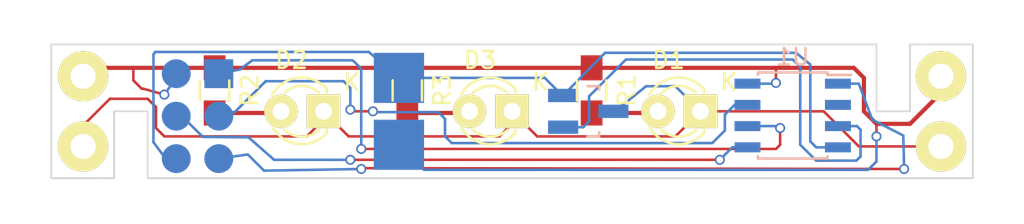
<source format=kicad_pcb>
(kicad_pcb (version 4) (host pcbnew 4.0.6-e0-6349~53~ubuntu16.04.1)

  (general
    (links 23)
    (no_connects 0)
    (area 92.949999 100.199999 148.050001 108.300001)
    (thickness 1.6)
    (drawings 14)
    (tracks 164)
    (zones 0)
    (modules 15)
    (nets 13)
  )

  (page A4)
  (layers
    (0 F.Cu signal)
    (31 B.Cu signal)
    (32 B.Adhes user)
    (33 F.Adhes user)
    (34 B.Paste user)
    (35 F.Paste user)
    (36 B.SilkS user)
    (37 F.SilkS user)
    (38 B.Mask user hide)
    (39 F.Mask user)
    (40 Dwgs.User user)
    (41 Cmts.User user)
    (42 Eco1.User user)
    (43 Eco2.User user)
    (44 Edge.Cuts user)
    (45 Margin user)
    (46 B.CrtYd user)
    (47 F.CrtYd user)
    (48 B.Fab user)
    (49 F.Fab user)
  )

  (setup
    (last_trace_width 0.1524)
    (trace_clearance 0.1524)
    (zone_clearance 0.508)
    (zone_45_only no)
    (trace_min 0.1524)
    (segment_width 0.2)
    (edge_width 0.1)
    (via_size 0.6)
    (via_drill 0.4)
    (via_min_size 0.4)
    (via_min_drill 0.3)
    (uvia_size 0.3)
    (uvia_drill 0.1)
    (uvias_allowed no)
    (uvia_min_size 0)
    (uvia_min_drill 0)
    (pcb_text_width 0.3)
    (pcb_text_size 1.5 1.5)
    (mod_edge_width 0.15)
    (mod_text_size 1 1)
    (mod_text_width 0.15)
    (pad_size 1.5 1.5)
    (pad_drill 0.6)
    (pad_to_mask_clearance 0)
    (aux_axis_origin 0 0)
    (visible_elements FFFFFF7F)
    (pcbplotparams
      (layerselection 0x010f0_80000001)
      (usegerberextensions false)
      (excludeedgelayer true)
      (linewidth 0.100000)
      (plotframeref false)
      (viasonmask false)
      (mode 1)
      (useauxorigin false)
      (hpglpennumber 1)
      (hpglpenspeed 20)
      (hpglpendiameter 15)
      (hpglpenoverlay 2)
      (psnegative false)
      (psa4output false)
      (plotreference true)
      (plotvalue true)
      (plotinvisibletext false)
      (padsonsilk false)
      (subtractmaskfromsilk false)
      (outputformat 1)
      (mirror false)
      (drillshape 0)
      (scaleselection 1)
      (outputdirectory gerbers/))
  )

  (net 0 "")
  (net 1 "Net-(D1-Pad1)")
  (net 2 "Net-(D1-Pad2)")
  (net 3 "Net-(D2-Pad2)")
  (net 4 "Net-(D3-Pad2)")
  (net 5 VDD)
  (net 6 GND)
  (net 7 "Net-(Q1-Pad1)")
  (net 8 "Net-(U1-Pad2)")
  (net 9 "Net-(J4-Pad1)")
  (net 10 "Net-(J4-Pad3)")
  (net 11 "Net-(J4-Pad4)")
  (net 12 "Net-(J4-Pad5)")

  (net_class Default "This is the default net class."
    (clearance 0.1524)
    (trace_width 0.1524)
    (via_dia 0.6)
    (via_drill 0.4)
    (uvia_dia 0.3)
    (uvia_drill 0.1)
    (add_net GND)
    (add_net "Net-(D1-Pad1)")
    (add_net "Net-(D1-Pad2)")
    (add_net "Net-(D2-Pad2)")
    (add_net "Net-(D3-Pad2)")
    (add_net "Net-(J4-Pad1)")
    (add_net "Net-(J4-Pad3)")
    (add_net "Net-(J4-Pad4)")
    (add_net "Net-(J4-Pad5)")
    (add_net "Net-(Q1-Pad1)")
    (add_net "Net-(U1-Pad2)")
    (add_net VDD)
  )

  (module SOT-23_Handsoldering-no_silk (layer B.Cu) (tedit 590B4239) (tstamp 590741BE)
    (at 125.05 104.25 90)
    (descr "SOT-23, Handsoldering")
    (tags SOT-23)
    (path /59073B53)
    (attr smd)
    (fp_text reference Q1 (at 0 3.81 90) (layer B.SilkS) hide
      (effects (font (size 1 1) (thickness 0.15)) (justify mirror))
    )
    (fp_text value BSS138 (at 0 -3.81 90) (layer B.Fab)
      (effects (font (size 1 1) (thickness 0.15)) (justify mirror))
    )
    (fp_line (start -1.49982 -0.0508) (end -1.49982 0.65024) (layer B.SilkS) (width 0.15))
    (fp_line (start -1.49982 0.65024) (end -1.2509 0.65024) (layer B.SilkS) (width 0.15))
    (fp_line (start 1.29916 0.65024) (end 1.49982 0.65024) (layer B.SilkS) (width 0.15))
    (fp_line (start 1.49982 0.65024) (end 1.49982 -0.0508) (layer B.SilkS) (width 0.15))
    (pad 1 smd rect (at -0.95 -1.50114 90) (size 0.8001 1.80086) (layers B.Cu B.Paste B.Mask)
      (net 7 "Net-(Q1-Pad1)"))
    (pad 2 smd rect (at 0.95 -1.50114 90) (size 0.8001 1.80086) (layers B.Cu B.Paste B.Mask)
      (net 6 GND))
    (pad 3 smd rect (at 0 1.50114 90) (size 0.8001 1.80086) (layers B.Cu B.Paste B.Mask)
      (net 1 "Net-(D1-Pad1)"))
    (model TO_SOT_Packages_SMD.3dshapes/SOT-23_Handsoldering.wrl
      (at (xyz 0 0 0))
      (scale (xyz 1 1 1))
      (rotate (xyz 0 0 0))
    )
  )

  (module bart:SMD_Pin_Header_2x3 (layer B.Cu) (tedit 590B3EBF) (tstamp 59075922)
    (at 103 102 180)
    (descr "Through hole pin header")
    (tags "pin header")
    (path /59074F5D)
    (fp_text reference J4 (at 0 5.1 180) (layer B.SilkS) hide
      (effects (font (size 1 1) (thickness 0.15)) (justify mirror))
    )
    (fp_text value CONN_02X03 (at 0 3.1 180) (layer B.Fab)
      (effects (font (size 1 1) (thickness 0.15)) (justify mirror))
    )
    (fp_line (start -1.75 1.75) (end -1.75 -6.85) (layer B.CrtYd) (width 0.05))
    (fp_line (start 4.3 1.75) (end 4.3 -6.85) (layer B.CrtYd) (width 0.05))
    (fp_line (start -1.75 1.75) (end 4.3 1.75) (layer B.CrtYd) (width 0.05))
    (fp_line (start -1.75 -6.85) (end 4.3 -6.85) (layer B.CrtYd) (width 0.05))
    (pad 1 connect rect (at 0 0 180) (size 1.7272 1.7272) (layers B.Cu B.Mask)
      (net 9 "Net-(J4-Pad1)"))
    (pad 2 connect oval (at 2.54 0 180) (size 1.7272 1.7272) (layers B.Cu B.Mask)
      (net 5 VDD))
    (pad 3 connect oval (at 0 -2.54 180) (size 1.7272 1.7272) (layers B.Cu B.Mask)
      (net 10 "Net-(J4-Pad3)"))
    (pad 4 connect oval (at 2.54 -2.54 180) (size 1.7272 1.7272) (layers B.Cu B.Mask)
      (net 11 "Net-(J4-Pad4)"))
    (pad 5 connect oval (at 0 -5.08 180) (size 1.7272 1.7272) (layers B.Cu B.Mask)
      (net 12 "Net-(J4-Pad5)"))
    (pad 6 connect oval (at 2.54 -5.08 180) (size 1.7272 1.7272) (layers B.Cu B.Mask)
      (net 6 GND))
    (model Pin_Headers.3dshapes/Pin_Header_Straight_2x03.wrl
      (at (xyz 0.05 -0.1 0))
      (scale (xyz 1 1 1))
      (rotate (xyz 0 0 90))
    )
  )

  (module Housings_SOIC:SOIC-8_3.9x4.9mm_Pitch1.27mm (layer B.Cu) (tedit 54130A77) (tstamp 590741DC)
    (at 137.25 104.5 180)
    (descr "8-Lead Plastic Small Outline (SN) - Narrow, 3.90 mm Body [SOIC] (see Microchip Packaging Specification 00000049BS.pdf)")
    (tags "SOIC 1.27")
    (path /590734E5)
    (attr smd)
    (fp_text reference U1 (at 0 3.5 180) (layer B.SilkS)
      (effects (font (size 1 1) (thickness 0.15)) (justify mirror))
    )
    (fp_text value ATTINY13-20SSU (at 0 -3.5 180) (layer B.Fab)
      (effects (font (size 1 1) (thickness 0.15)) (justify mirror))
    )
    (fp_line (start -3.75 2.75) (end -3.75 -2.75) (layer B.CrtYd) (width 0.05))
    (fp_line (start 3.75 2.75) (end 3.75 -2.75) (layer B.CrtYd) (width 0.05))
    (fp_line (start -3.75 2.75) (end 3.75 2.75) (layer B.CrtYd) (width 0.05))
    (fp_line (start -3.75 -2.75) (end 3.75 -2.75) (layer B.CrtYd) (width 0.05))
    (fp_line (start -2.075 2.575) (end -2.075 2.43) (layer B.SilkS) (width 0.15))
    (fp_line (start 2.075 2.575) (end 2.075 2.43) (layer B.SilkS) (width 0.15))
    (fp_line (start 2.075 -2.575) (end 2.075 -2.43) (layer B.SilkS) (width 0.15))
    (fp_line (start -2.075 -2.575) (end -2.075 -2.43) (layer B.SilkS) (width 0.15))
    (fp_line (start -2.075 2.575) (end 2.075 2.575) (layer B.SilkS) (width 0.15))
    (fp_line (start -2.075 -2.575) (end 2.075 -2.575) (layer B.SilkS) (width 0.15))
    (fp_line (start -2.075 2.43) (end -3.475 2.43) (layer B.SilkS) (width 0.15))
    (pad 1 smd rect (at -2.7 1.905 180) (size 1.55 0.6) (layers B.Cu B.Paste B.Mask)
      (net 12 "Net-(J4-Pad5)"))
    (pad 2 smd rect (at -2.7 0.635 180) (size 1.55 0.6) (layers B.Cu B.Paste B.Mask)
      (net 8 "Net-(U1-Pad2)"))
    (pad 3 smd rect (at -2.7 -0.635 180) (size 1.55 0.6) (layers B.Cu B.Paste B.Mask)
      (net 7 "Net-(Q1-Pad1)"))
    (pad 4 smd rect (at -2.7 -1.905 180) (size 1.55 0.6) (layers B.Cu B.Paste B.Mask)
      (net 6 GND))
    (pad 5 smd rect (at 2.7 -1.905 180) (size 1.55 0.6) (layers B.Cu B.Paste B.Mask)
      (net 11 "Net-(J4-Pad4)"))
    (pad 6 smd rect (at 2.7 -0.635 180) (size 1.55 0.6) (layers B.Cu B.Paste B.Mask)
      (net 9 "Net-(J4-Pad1)"))
    (pad 7 smd rect (at 2.7 0.635 180) (size 1.55 0.6) (layers B.Cu B.Paste B.Mask)
      (net 10 "Net-(J4-Pad3)"))
    (pad 8 smd rect (at 2.7 1.905 180) (size 1.55 0.6) (layers B.Cu B.Paste B.Mask)
      (net 5 VDD))
    (model Housings_SOIC.3dshapes/SOIC-8_3.9x4.9mm_Pitch1.27mm.wrl
      (at (xyz 0 0 0))
      (scale (xyz 1 1 1))
      (rotate (xyz 0 0 0))
    )
  )

  (module Resistors_SMD:R_0805_HandSoldering (layer F.Cu) (tedit 54189DEE) (tstamp 590741D0)
    (at 114.25 103 270)
    (descr "Resistor SMD 0805, hand soldering")
    (tags "resistor 0805")
    (path /58FE5F6D)
    (attr smd)
    (fp_text reference R3 (at 0 -2.1 270) (layer F.SilkS)
      (effects (font (size 1 1) (thickness 0.15)))
    )
    (fp_text value R (at 0 2.1 270) (layer F.Fab)
      (effects (font (size 1 1) (thickness 0.15)))
    )
    (fp_line (start -2.4 -1) (end 2.4 -1) (layer F.CrtYd) (width 0.05))
    (fp_line (start -2.4 1) (end 2.4 1) (layer F.CrtYd) (width 0.05))
    (fp_line (start -2.4 -1) (end -2.4 1) (layer F.CrtYd) (width 0.05))
    (fp_line (start 2.4 -1) (end 2.4 1) (layer F.CrtYd) (width 0.05))
    (fp_line (start 0.6 0.875) (end -0.6 0.875) (layer F.SilkS) (width 0.15))
    (fp_line (start -0.6 -0.875) (end 0.6 -0.875) (layer F.SilkS) (width 0.15))
    (pad 1 smd rect (at -1.35 0 270) (size 1.5 1.3) (layers F.Cu F.Paste F.Mask)
      (net 5 VDD))
    (pad 2 smd rect (at 1.35 0 270) (size 1.5 1.3) (layers F.Cu F.Paste F.Mask)
      (net 4 "Net-(D3-Pad2)"))
    (model Resistors_SMD.3dshapes/R_0805_HandSoldering.wrl
      (at (xyz 0 0 0))
      (scale (xyz 1 1 1))
      (rotate (xyz 0 0 0))
    )
  )

  (module Resistors_SMD:R_0805_HandSoldering (layer F.Cu) (tedit 54189DEE) (tstamp 590741CA)
    (at 102.75 103 270)
    (descr "Resistor SMD 0805, hand soldering")
    (tags "resistor 0805")
    (path /58FE5F20)
    (attr smd)
    (fp_text reference R2 (at 0 -2.1 270) (layer F.SilkS)
      (effects (font (size 1 1) (thickness 0.15)))
    )
    (fp_text value R (at 0 2.1 270) (layer F.Fab)
      (effects (font (size 1 1) (thickness 0.15)))
    )
    (fp_line (start -2.4 -1) (end 2.4 -1) (layer F.CrtYd) (width 0.05))
    (fp_line (start -2.4 1) (end 2.4 1) (layer F.CrtYd) (width 0.05))
    (fp_line (start -2.4 -1) (end -2.4 1) (layer F.CrtYd) (width 0.05))
    (fp_line (start 2.4 -1) (end 2.4 1) (layer F.CrtYd) (width 0.05))
    (fp_line (start 0.6 0.875) (end -0.6 0.875) (layer F.SilkS) (width 0.15))
    (fp_line (start -0.6 -0.875) (end 0.6 -0.875) (layer F.SilkS) (width 0.15))
    (pad 1 smd rect (at -1.35 0 270) (size 1.5 1.3) (layers F.Cu F.Paste F.Mask)
      (net 5 VDD))
    (pad 2 smd rect (at 1.35 0 270) (size 1.5 1.3) (layers F.Cu F.Paste F.Mask)
      (net 3 "Net-(D2-Pad2)"))
    (model Resistors_SMD.3dshapes/R_0805_HandSoldering.wrl
      (at (xyz 0 0 0))
      (scale (xyz 1 1 1))
      (rotate (xyz 0 0 0))
    )
  )

  (module Resistors_SMD:R_0805_HandSoldering (layer F.Cu) (tedit 54189DEE) (tstamp 590741C4)
    (at 125.25 103 270)
    (descr "Resistor SMD 0805, hand soldering")
    (tags "resistor 0805")
    (path /58FE5E05)
    (attr smd)
    (fp_text reference R1 (at 0 -2.1 270) (layer F.SilkS)
      (effects (font (size 1 1) (thickness 0.15)))
    )
    (fp_text value R (at 0 2.1 270) (layer F.Fab)
      (effects (font (size 1 1) (thickness 0.15)))
    )
    (fp_line (start -2.4 -1) (end 2.4 -1) (layer F.CrtYd) (width 0.05))
    (fp_line (start -2.4 1) (end 2.4 1) (layer F.CrtYd) (width 0.05))
    (fp_line (start -2.4 -1) (end -2.4 1) (layer F.CrtYd) (width 0.05))
    (fp_line (start 2.4 -1) (end 2.4 1) (layer F.CrtYd) (width 0.05))
    (fp_line (start 0.6 0.875) (end -0.6 0.875) (layer F.SilkS) (width 0.15))
    (fp_line (start -0.6 -0.875) (end 0.6 -0.875) (layer F.SilkS) (width 0.15))
    (pad 1 smd rect (at -1.35 0 270) (size 1.5 1.3) (layers F.Cu F.Paste F.Mask)
      (net 5 VDD))
    (pad 2 smd rect (at 1.35 0 270) (size 1.5 1.3) (layers F.Cu F.Paste F.Mask)
      (net 2 "Net-(D1-Pad2)"))
    (model Resistors_SMD.3dshapes/R_0805_HandSoldering.wrl
      (at (xyz 0 0 0))
      (scale (xyz 1 1 1))
      (rotate (xyz 0 0 0))
    )
  )

  (module LEDs:LED-3MM (layer F.Cu) (tedit 559B82F6) (tstamp 590741AD)
    (at 120.5 104.25 180)
    (descr "LED 3mm round vertical")
    (tags "LED  3mm round vertical")
    (path /58FE5D10)
    (fp_text reference D3 (at 1.91 3.06 180) (layer F.SilkS)
      (effects (font (size 1 1) (thickness 0.15)))
    )
    (fp_text value LED (at 1.3 -2.9 180) (layer F.Fab)
      (effects (font (size 1 1) (thickness 0.15)))
    )
    (fp_line (start -1.2 2.3) (end 3.8 2.3) (layer F.CrtYd) (width 0.05))
    (fp_line (start 3.8 2.3) (end 3.8 -2.2) (layer F.CrtYd) (width 0.05))
    (fp_line (start 3.8 -2.2) (end -1.2 -2.2) (layer F.CrtYd) (width 0.05))
    (fp_line (start -1.2 -2.2) (end -1.2 2.3) (layer F.CrtYd) (width 0.05))
    (fp_line (start -0.199 1.314) (end -0.199 1.114) (layer F.SilkS) (width 0.15))
    (fp_line (start -0.199 -1.28) (end -0.199 -1.1) (layer F.SilkS) (width 0.15))
    (fp_arc (start 1.301 0.034) (end -0.199 -1.286) (angle 108.5) (layer F.SilkS) (width 0.15))
    (fp_arc (start 1.301 0.034) (end 0.25 -1.1) (angle 85.7) (layer F.SilkS) (width 0.15))
    (fp_arc (start 1.311 0.034) (end 3.051 0.994) (angle 110) (layer F.SilkS) (width 0.15))
    (fp_arc (start 1.301 0.034) (end 2.335 1.094) (angle 87.5) (layer F.SilkS) (width 0.15))
    (fp_text user K (at -1.69 1.74 180) (layer F.SilkS)
      (effects (font (size 1 1) (thickness 0.15)))
    )
    (pad 1 thru_hole rect (at 0 0 270) (size 2 2) (drill 1.00076) (layers *.Cu *.Mask F.SilkS)
      (net 1 "Net-(D1-Pad1)"))
    (pad 2 thru_hole circle (at 2.54 0 180) (size 2 2) (drill 1.00076) (layers *.Cu *.Mask F.SilkS)
      (net 4 "Net-(D3-Pad2)"))
    (model LEDs.3dshapes/LED-3MM.wrl
      (at (xyz 0.05 0 0))
      (scale (xyz 1 1 1))
      (rotate (xyz 0 0 90))
    )
  )

  (module LEDs:LED-3MM (layer F.Cu) (tedit 559B82F6) (tstamp 590741A7)
    (at 109.25 104.25 180)
    (descr "LED 3mm round vertical")
    (tags "LED  3mm round vertical")
    (path /58FE5CAF)
    (fp_text reference D2 (at 1.91 3.06 180) (layer F.SilkS)
      (effects (font (size 1 1) (thickness 0.15)))
    )
    (fp_text value LED (at 1.3 -2.9 180) (layer F.Fab)
      (effects (font (size 1 1) (thickness 0.15)))
    )
    (fp_line (start -1.2 2.3) (end 3.8 2.3) (layer F.CrtYd) (width 0.05))
    (fp_line (start 3.8 2.3) (end 3.8 -2.2) (layer F.CrtYd) (width 0.05))
    (fp_line (start 3.8 -2.2) (end -1.2 -2.2) (layer F.CrtYd) (width 0.05))
    (fp_line (start -1.2 -2.2) (end -1.2 2.3) (layer F.CrtYd) (width 0.05))
    (fp_line (start -0.199 1.314) (end -0.199 1.114) (layer F.SilkS) (width 0.15))
    (fp_line (start -0.199 -1.28) (end -0.199 -1.1) (layer F.SilkS) (width 0.15))
    (fp_arc (start 1.301 0.034) (end -0.199 -1.286) (angle 108.5) (layer F.SilkS) (width 0.15))
    (fp_arc (start 1.301 0.034) (end 0.25 -1.1) (angle 85.7) (layer F.SilkS) (width 0.15))
    (fp_arc (start 1.311 0.034) (end 3.051 0.994) (angle 110) (layer F.SilkS) (width 0.15))
    (fp_arc (start 1.301 0.034) (end 2.335 1.094) (angle 87.5) (layer F.SilkS) (width 0.15))
    (fp_text user K (at -1.69 1.74 180) (layer F.SilkS)
      (effects (font (size 1 1) (thickness 0.15)))
    )
    (pad 1 thru_hole rect (at 0 0 270) (size 2 2) (drill 1.00076) (layers *.Cu *.Mask F.SilkS)
      (net 1 "Net-(D1-Pad1)"))
    (pad 2 thru_hole circle (at 2.54 0 180) (size 2 2) (drill 1.00076) (layers *.Cu *.Mask F.SilkS)
      (net 3 "Net-(D2-Pad2)"))
    (model LEDs.3dshapes/LED-3MM.wrl
      (at (xyz 0.05 0 0))
      (scale (xyz 1 1 1))
      (rotate (xyz 0 0 90))
    )
  )

  (module LEDs:LED-3MM (layer F.Cu) (tedit 559B82F6) (tstamp 590741A1)
    (at 131.75 104.25 180)
    (descr "LED 3mm round vertical")
    (tags "LED  3mm round vertical")
    (path /58FE5C31)
    (fp_text reference D1 (at 1.91 3.06 180) (layer F.SilkS)
      (effects (font (size 1 1) (thickness 0.15)))
    )
    (fp_text value LED (at 1.3 -2.9 180) (layer F.Fab)
      (effects (font (size 1 1) (thickness 0.15)))
    )
    (fp_line (start -1.2 2.3) (end 3.8 2.3) (layer F.CrtYd) (width 0.05))
    (fp_line (start 3.8 2.3) (end 3.8 -2.2) (layer F.CrtYd) (width 0.05))
    (fp_line (start 3.8 -2.2) (end -1.2 -2.2) (layer F.CrtYd) (width 0.05))
    (fp_line (start -1.2 -2.2) (end -1.2 2.3) (layer F.CrtYd) (width 0.05))
    (fp_line (start -0.199 1.314) (end -0.199 1.114) (layer F.SilkS) (width 0.15))
    (fp_line (start -0.199 -1.28) (end -0.199 -1.1) (layer F.SilkS) (width 0.15))
    (fp_arc (start 1.301 0.034) (end -0.199 -1.286) (angle 108.5) (layer F.SilkS) (width 0.15))
    (fp_arc (start 1.301 0.034) (end 0.25 -1.1) (angle 85.7) (layer F.SilkS) (width 0.15))
    (fp_arc (start 1.311 0.034) (end 3.051 0.994) (angle 110) (layer F.SilkS) (width 0.15))
    (fp_arc (start 1.301 0.034) (end 2.335 1.094) (angle 87.5) (layer F.SilkS) (width 0.15))
    (fp_text user K (at -1.69 1.74 180) (layer F.SilkS)
      (effects (font (size 1 1) (thickness 0.15)))
    )
    (pad 1 thru_hole rect (at 0 0 270) (size 2 2) (drill 1.00076) (layers *.Cu *.Mask F.SilkS)
      (net 1 "Net-(D1-Pad1)"))
    (pad 2 thru_hole circle (at 2.54 0 180) (size 2 2) (drill 1.00076) (layers *.Cu *.Mask F.SilkS)
      (net 2 "Net-(D1-Pad2)"))
    (model LEDs.3dshapes/LED-3MM.wrl
      (at (xyz 0.05 0 0))
      (scale (xyz 1 1 1))
      (rotate (xyz 0 0 90))
    )
  )

  (module bart:Measurement_Point_Square-SMD-Pad_Big-no_silk (layer B.Cu) (tedit 590B4114) (tstamp 5908168A)
    (at 113.75 102.25)
    (descr "Mesurement Point, Square, SMD Pad,  3mm x 3mm,")
    (tags "Mesurement Point, Square, SMD Pad, 3mm x 3mm,")
    (path /59076406)
    (fp_text reference J11_SMD1 (at 0 3.81) (layer B.SilkS) hide
      (effects (font (size 1 1) (thickness 0.15)) (justify mirror))
    )
    (fp_text value CONN_01X01 (at 2.54 -3.81) (layer B.Fab)
      (effects (font (size 1 1) (thickness 0.15)) (justify mirror))
    )
    (pad 1 smd rect (at 0 0) (size 2.99974 2.99974) (layers B.Cu B.Paste B.Mask)
      (net 6 GND))
  )

  (module bart:Measurement_Point_Square-SMD-Pad_Big-no_silk (layer B.Cu) (tedit 590B4114) (tstamp 59081685)
    (at 113.75 106.25)
    (descr "Mesurement Point, Square, SMD Pad,  3mm x 3mm,")
    (tags "Mesurement Point, Square, SMD Pad, 3mm x 3mm,")
    (path /59076340)
    (fp_text reference J10_SMD1 (at 0 3.81) (layer B.SilkS) hide
      (effects (font (size 1 1) (thickness 0.15)) (justify mirror))
    )
    (fp_text value CONN_01X01 (at 2.54 -3.81) (layer B.Fab)
      (effects (font (size 1 1) (thickness 0.15)) (justify mirror))
    )
    (pad 1 smd rect (at 0 0) (size 2.99974 2.99974) (layers B.Cu B.Paste B.Mask)
      (net 5 VDD))
  )

  (module bart:Measurement_Point_Round-TH_Big-no_silk (layer F.Cu) (tedit 590B3FB8) (tstamp 5908167B)
    (at 94.9 102.15)
    (descr "Mesurement Point, Square, Trough Hole,  DM 3mm, Drill 1.5mm,")
    (tags "Mesurement Point, Square, Trough Hole, DM 3mm, Drill 1.5mm,")
    (path /5907603D)
    (fp_text reference J6 (at 0 -2.54) (layer F.SilkS) hide
      (effects (font (size 1 1) (thickness 0.15)))
    )
    (fp_text value CONN_01X01 (at 0 3.81) (layer F.Fab)
      (effects (font (size 1 1) (thickness 0.15)))
    )
    (pad 1 thru_hole circle (at 0 0) (size 2.99974 2.99974) (drill 1.50114) (layers *.Cu *.Mask F.SilkS)
      (net 5 VDD))
  )

  (module bart:Measurement_Point_Round-TH_Big-no_silk (layer F.Cu) (tedit 590B3FB8) (tstamp 59081676)
    (at 94.9 106.35)
    (descr "Mesurement Point, Square, Trough Hole,  DM 3mm, Drill 1.5mm,")
    (tags "Mesurement Point, Square, Trough Hole, DM 3mm, Drill 1.5mm,")
    (path /5907592B)
    (fp_text reference J3 (at 0 -2.54) (layer F.SilkS) hide
      (effects (font (size 1 1) (thickness 0.15)))
    )
    (fp_text value CONN_01X01 (at 0 3.81) (layer F.Fab)
      (effects (font (size 1 1) (thickness 0.15)))
    )
    (pad 1 thru_hole circle (at 0 0) (size 2.99974 2.99974) (drill 1.50114) (layers *.Cu *.Mask F.SilkS)
      (net 1 "Net-(D1-Pad1)"))
  )

  (module bart:Measurement_Point_Round-TH_Big-no_silk (layer F.Cu) (tedit 590B3FB8) (tstamp 59081680)
    (at 146.1 102.15)
    (descr "Mesurement Point, Square, Trough Hole,  DM 3mm, Drill 1.5mm,")
    (tags "Mesurement Point, Square, Trough Hole, DM 3mm, Drill 1.5mm,")
    (path /5907597C)
    (fp_text reference J8 (at 0 -2.54) (layer F.SilkS) hide
      (effects (font (size 1 1) (thickness 0.15)))
    )
    (fp_text value CONN_01X01 (at 0 3.81) (layer F.Fab)
      (effects (font (size 1 1) (thickness 0.15)))
    )
    (pad 1 thru_hole circle (at 0 0) (size 2.99974 2.99974) (drill 1.50114) (layers *.Cu *.Mask F.SilkS)
      (net 5 VDD))
  )

  (module bart:Measurement_Point_Round-TH_Big-no_silk (layer F.Cu) (tedit 590B3FB8) (tstamp 59081671)
    (at 146.1 106.35)
    (descr "Mesurement Point, Square, Trough Hole,  DM 3mm, Drill 1.5mm,")
    (tags "Mesurement Point, Square, Trough Hole, DM 3mm, Drill 1.5mm,")
    (path /590761BD)
    (fp_text reference J1 (at 0 -2.54) (layer F.SilkS) hide
      (effects (font (size 1 1) (thickness 0.15)))
    )
    (fp_text value CONN_01X01 (at 0 3.81) (layer F.Fab)
      (effects (font (size 1 1) (thickness 0.15)))
    )
    (pad 1 thru_hole circle (at 0 0) (size 2.99974 2.99974) (drill 1.50114) (layers *.Cu *.Mask F.SilkS)
      (net 1 "Net-(D1-Pad1)"))
  )

  (gr_line (start 142.25 100.25) (end 93 100.25) (angle 90) (layer Edge.Cuts) (width 0.1))
  (gr_line (start 142.25 104.25) (end 142.25 100.25) (angle 90) (layer Edge.Cuts) (width 0.1))
  (gr_line (start 144.25 104.25) (end 142.25 104.25) (angle 90) (layer Edge.Cuts) (width 0.1))
  (gr_line (start 98.75 108.25) (end 148 108.25) (angle 90) (layer Edge.Cuts) (width 0.1))
  (gr_line (start 98.75 104.25) (end 98.75 108.25) (angle 90) (layer Edge.Cuts) (width 0.1))
  (gr_line (start 96.75 104.25) (end 98.75 104.25) (angle 90) (layer Edge.Cuts) (width 0.1))
  (gr_line (start 96.75 108.25) (end 96.75 104.25) (angle 90) (layer Edge.Cuts) (width 0.1))
  (gr_line (start 96 108.25) (end 96.75 108.25) (angle 90) (layer Edge.Cuts) (width 0.1))
  (gr_line (start 144.25 100.25) (end 144.25 104.25) (angle 90) (layer Edge.Cuts) (width 0.1))
  (gr_line (start 145 100.25) (end 144.25 100.25) (angle 90) (layer Edge.Cuts) (width 0.1))
  (gr_line (start 145 100.25) (end 148 100.25) (angle 90) (layer Edge.Cuts) (width 0.1))
  (gr_line (start 93 108.25) (end 96 108.25) (angle 90) (layer Edge.Cuts) (width 0.1))
  (gr_line (start 148 108.25) (end 148 100.25) (angle 90) (layer Edge.Cuts) (width 0.1))
  (gr_line (start 93 100.25) (end 93 108.25) (angle 90) (layer Edge.Cuts) (width 0.1))

  (segment (start 99.25 105) (end 99.25 105.25) (width 0.1524) (layer F.Cu) (net 1))
  (segment (start 99.25 105.25) (end 99.75 105.75) (width 0.1524) (layer F.Cu) (net 1) (tstamp 590AE327))
  (segment (start 131.75 104.25) (end 139.1 104.25) (width 0.1524) (layer F.Cu) (net 1))
  (segment (start 141.2 106.35) (end 146.1 106.35) (width 0.1524) (layer F.Cu) (net 1) (tstamp 590AE1F0))
  (segment (start 139.1 104.25) (end 141.2 106.35) (width 0.1524) (layer F.Cu) (net 1) (tstamp 590AE1EE))
  (segment (start 126.55114 104.25) (end 127.45 103.6) (width 0.1524) (layer B.Cu) (net 1) (status 10))
  (segment (start 130.25 102.75) (end 131.75 104.25) (width 0.1524) (layer B.Cu) (net 1) (tstamp 590AE0FE))
  (segment (start 128.5 102.75) (end 130.25 102.75) (width 0.1524) (layer B.Cu) (net 1) (tstamp 590AE0FC))
  (segment (start 127.45 103.6) (end 128.5 102.75) (width 0.1524) (layer B.Cu) (net 1) (tstamp 590AE0FB))
  (segment (start 94.9 106.35) (end 94.9 105.1) (width 0.1524) (layer F.Cu) (net 1))
  (segment (start 94.9 105.1) (end 96.5 103.5) (width 0.1524) (layer F.Cu) (net 1) (tstamp 590AE0AB))
  (segment (start 96.5 103.5) (end 98.75 103.5) (width 0.1524) (layer F.Cu) (net 1) (tstamp 590AE0AD))
  (segment (start 98.75 103.5) (end 99.25 104) (width 0.1524) (layer F.Cu) (net 1) (tstamp 590AE0AF))
  (segment (start 99.25 104) (end 99.25 105) (width 0.1524) (layer F.Cu) (net 1) (tstamp 590AE0B1))
  (segment (start 99.75 105.75) (end 108.25 105.75) (width 0.1524) (layer F.Cu) (net 1) (tstamp 590AE32A))
  (segment (start 108.25 105.75) (end 109.25 104.75) (width 0.1524) (layer F.Cu) (net 1) (tstamp 590AE0B3))
  (segment (start 109.25 104.75) (end 109.25 104.25) (width 0.1524) (layer F.Cu) (net 1) (tstamp 590AE0B4))
  (segment (start 120.5 104.25) (end 120.5 105) (width 0.1524) (layer F.Cu) (net 1))
  (segment (start 120.5 105) (end 119.75 105.75) (width 0.1524) (layer F.Cu) (net 1) (tstamp 590AE099))
  (segment (start 110.75 105.75) (end 109.25 104.25) (width 0.1524) (layer F.Cu) (net 1) (tstamp 590AE09D))
  (segment (start 119.75 105.75) (end 110.75 105.75) (width 0.1524) (layer F.Cu) (net 1) (tstamp 590AE09B))
  (segment (start 120.5 104.25) (end 122 105.75) (width 0.1524) (layer F.Cu) (net 1))
  (segment (start 130.25 105.75) (end 131.75 104.25) (width 0.1524) (layer F.Cu) (net 1) (tstamp 590AE095))
  (segment (start 122 105.75) (end 130.25 105.75) (width 0.1524) (layer F.Cu) (net 1) (tstamp 590AE094))
  (via (at 131.75 104.25) (size 0.6) (drill 0.4) (layers F.Cu B.Cu) (net 1) (status 30))
  (segment (start 129.11 104.35) (end 129.21 104.25) (width 0.25) (layer F.Cu) (net 2) (tstamp 5907497E) (status 30))
  (segment (start 125.25 104.35) (end 129.11 104.35) (width 0.25) (layer F.Cu) (net 2) (status 20))
  (segment (start 102.75 104.35) (end 106.61 104.35) (width 0.25) (layer F.Cu) (net 3) (status 20))
  (segment (start 106.61 104.35) (end 106.71 104.25) (width 0.25) (layer F.Cu) (net 3) (tstamp 590ADEF9) (status 30))
  (segment (start 102.75 104.35) (end 102.75 104.25) (width 0.25) (layer F.Cu) (net 3) (status 30))
  (segment (start 106.61 104.35) (end 106.71 104.25) (width 0.25) (layer F.Cu) (net 3) (tstamp 59074978) (status 30))
  (segment (start 114.25 104.35) (end 117.86 104.35) (width 0.25) (layer F.Cu) (net 4) (status 10))
  (segment (start 117.86 104.35) (end 117.96 104.25) (width 0.25) (layer F.Cu) (net 4) (tstamp 5907497B) (status 30))
  (segment (start 97.9 102.4) (end 98.4 102.9) (width 0.1524) (layer F.Cu) (net 5))
  (segment (start 98.4 102.9) (end 98.5 102.9) (width 0.1524) (layer F.Cu) (net 5) (tstamp 590AE344))
  (segment (start 97.9 102.4) (end 97.9 101.65) (width 0.1524) (layer F.Cu) (net 5) (tstamp 590AE342))
  (segment (start 100.46 102.24) (end 99.75 103.25) (width 0.1524) (layer B.Cu) (net 5) (tstamp 590AE1E6) (status 10))
  (via (at 99.75 103.25) (size 0.6) (drill 0.4) (layers F.Cu B.Cu) (net 5))
  (segment (start 99.75 103.25) (end 98.5 102.9) (width 0.1524) (layer F.Cu) (net 5) (tstamp 590AE1E8))
  (segment (start 142.25 105) (end 142.25 105.75) (width 0.1524) (layer F.Cu) (net 5))
  (segment (start 115.25 107.75) (end 113.75 106.25) (width 0.1524) (layer B.Cu) (net 5) (tstamp 590AE321))
  (segment (start 141.75 107.75) (end 115.25 107.75) (width 0.1524) (layer B.Cu) (net 5) (tstamp 590AE320))
  (segment (start 142.25 107.25) (end 141.75 107.75) (width 0.1524) (layer B.Cu) (net 5) (tstamp 590AE31F))
  (segment (start 142.25 105.75) (end 142.25 107.25) (width 0.1524) (layer B.Cu) (net 5) (tstamp 590AE31E))
  (via (at 142.25 105.75) (size 0.6) (drill 0.4) (layers F.Cu B.Cu) (net 5))
  (segment (start 134.55 102.595) (end 136.205 102.595) (width 0.1524) (layer B.Cu) (net 5))
  (segment (start 136.25 102.55) (end 136.25 101.65) (width 0.1524) (layer F.Cu) (net 5) (tstamp 590AE218))
  (via (at 136.25 102.55) (size 0.6) (drill 0.4) (layers F.Cu B.Cu) (net 5))
  (segment (start 136.205 102.595) (end 136.25 102.55) (width 0.1524) (layer B.Cu) (net 5) (tstamp 590AE216))
  (segment (start 136.25 101.65) (end 136.25 101.6) (width 0.1524) (layer F.Cu) (net 5) (tstamp 590AE219))
  (segment (start 136.25 101.6) (end 136.25 101.65) (width 0.1524) (layer F.Cu) (net 5) (tstamp 590AE21B))
  (segment (start 100.46 102) (end 100.46 102.24) (width 0.1524) (layer B.Cu) (net 5) (status 30))
  (segment (start 95.3 101.75) (end 94.9 102.15) (width 0.25) (layer B.Cu) (net 5) (tstamp 590ADF19))
  (segment (start 114.75 101.75) (end 114.75 101.65) (width 0.25) (layer F.Cu) (net 5) (tstamp 590819B9) (status 30))
  (segment (start 114.75 101.65) (end 114.75 101.75) (width 0.25) (layer F.Cu) (net 5) (tstamp 590819BA) (status 30))
  (segment (start 114.75 101.75) (end 114.75 101.65) (width 0.25) (layer F.Cu) (net 5) (tstamp 590819BC) (status 30))
  (segment (start 125.25 101.65) (end 136.25 101.65) (width 0.25) (layer F.Cu) (net 5) (status 10))
  (segment (start 136.25 101.65) (end 140.9 101.65) (width 0.25) (layer F.Cu) (net 5) (tstamp 590AE21C) (status 10))
  (segment (start 140.9 101.65) (end 141.5 102.25) (width 0.25) (layer F.Cu) (net 5) (tstamp 5908184E))
  (segment (start 144.25 105) (end 146.1 103.15) (width 0.25) (layer F.Cu) (net 5) (tstamp 59081852))
  (segment (start 142.25 105) (end 144.25 105) (width 0.25) (layer F.Cu) (net 5) (tstamp 59081851))
  (segment (start 141.5 104.25) (end 142.25 105) (width 0.25) (layer F.Cu) (net 5) (tstamp 59081850))
  (segment (start 141.5 102.25) (end 141.5 104.25) (width 0.25) (layer F.Cu) (net 5) (tstamp 5908184F))
  (segment (start 146.1 103.15) (end 146.1 102.15) (width 0.25) (layer F.Cu) (net 5) (tstamp 59081853))
  (segment (start 146.1 102.15) (end 146.1 103.25) (width 0.25) (layer F.Cu) (net 5))
  (segment (start 146.1 103.05) (end 146.1 102.15) (width 0.25) (layer F.Cu) (net 5) (tstamp 59081826))
  (segment (start 102.75 101.65) (end 97.9 101.65) (width 0.25) (layer F.Cu) (net 5) (status 10))
  (segment (start 97.9 101.65) (end 95.4 101.65) (width 0.25) (layer F.Cu) (net 5) (tstamp 590AE1EC) (status 10))
  (segment (start 95.4 101.65) (end 94.9 102.15) (width 0.25) (layer F.Cu) (net 5) (tstamp 5908181C))
  (segment (start 95.354 101.696) (end 94.9 102.15) (width 0.25) (layer F.Cu) (net 5) (tstamp 590816F0) (status 30))
  (segment (start 102.75 101.65) (end 114.25 101.65) (width 0.25) (layer F.Cu) (net 5) (status 20))
  (segment (start 114.25 101.65) (end 114.75 101.65) (width 0.25) (layer F.Cu) (net 5) (tstamp 5907493A) (status 30))
  (segment (start 114.75 101.65) (end 125.25 101.65) (width 0.25) (layer F.Cu) (net 5) (tstamp 590819BD) (status 10))
  (segment (start 123.54886 103.3) (end 123.5 103.3) (width 0.1524) (layer B.Cu) (net 6))
  (segment (start 123.5 103.3) (end 122.45 102.25) (width 0.1524) (layer B.Cu) (net 6) (tstamp 590AE28C))
  (segment (start 122.45 102.25) (end 113.75 102.25) (width 0.1524) (layer B.Cu) (net 6) (tstamp 590AE28D))
  (segment (start 123.54886 103.3) (end 123.55 103.3) (width 0.1524) (layer B.Cu) (net 6) (status 30))
  (segment (start 123.55 103.3) (end 126.049995 100.749741) (width 0.1524) (layer B.Cu) (net 6) (tstamp 590AE21F) (status 10))
  (segment (start 138.655 106.405) (end 139.95 106.405) (width 0.1524) (layer B.Cu) (net 6) (tstamp 590AE227))
  (segment (start 138.3 106.05) (end 138.655 106.405) (width 0.1524) (layer B.Cu) (net 6) (tstamp 590AE226))
  (segment (start 138.3 101.45) (end 138.3 106.05) (width 0.1524) (layer B.Cu) (net 6) (tstamp 590AE224))
  (segment (start 137.449996 100.750071) (end 138.3 101.45) (width 0.1524) (layer B.Cu) (net 6) (tstamp 590AE222))
  (segment (start 126.049995 100.749741) (end 137.449996 100.750071) (width 0.1524) (layer B.Cu) (net 6) (tstamp 590AE220))
  (segment (start 100.46 107.08) (end 99.83 107.08) (width 0.1524) (layer B.Cu) (net 6) (status 30))
  (segment (start 99.83 107.08) (end 99.1 106.1) (width 0.1524) (layer B.Cu) (net 6) (tstamp 590AE16E) (status 10))
  (segment (start 111.95 100.7) (end 113.75 102.25) (width 0.1524) (layer B.Cu) (net 6) (tstamp 590AE174))
  (segment (start 99.2 100.7) (end 111.95 100.7) (width 0.1524) (layer B.Cu) (net 6) (tstamp 590AE173))
  (segment (start 99.1 100.85) (end 99.2 100.7) (width 0.1524) (layer B.Cu) (net 6) (tstamp 590AE172))
  (segment (start 99.1 106.1) (end 99.1 100.85) (width 0.1524) (layer B.Cu) (net 6) (tstamp 590AE170))
  (segment (start 100.46 107.08) (end 100.67 107.08) (width 0.1524) (layer B.Cu) (net 6) (status 30))
  (segment (start 113.75 102.75) (end 113.75 102.25) (width 0.1524) (layer B.Cu) (net 6) (tstamp 590AE153))
  (segment (start 123.54886 103.3) (end 123.54886 103.24886) (width 0.1524) (layer B.Cu) (net 6) (status 30))
  (segment (start 114.24886 101.75114) (end 113.75 102.25) (width 0.25) (layer B.Cu) (net 6) (tstamp 590ADF16) (status 30))
  (segment (start 115 101) (end 113.75 102.25) (width 0.25) (layer B.Cu) (net 6) (tstamp 59081990) (status 30))
  (segment (start 123.54886 105.2) (end 124.75 105.2) (width 0.1524) (layer B.Cu) (net 7))
  (segment (start 141.085 105.135) (end 139.95 105.135) (width 0.1524) (layer B.Cu) (net 7) (tstamp 590AE2D4))
  (segment (start 141.3 105.35) (end 141.085 105.135) (width 0.1524) (layer B.Cu) (net 7) (tstamp 590AE2D3))
  (segment (start 141.3 106.95) (end 141.3 105.35) (width 0.1524) (layer B.Cu) (net 7) (tstamp 590AE2D2))
  (segment (start 141.05 107.2) (end 141.3 106.95) (width 0.1524) (layer B.Cu) (net 7) (tstamp 590AE2D1))
  (segment (start 138.65 107.2) (end 141.05 107.2) (width 0.1524) (layer B.Cu) (net 7) (tstamp 590AE2CF))
  (segment (start 137.7 106.25) (end 138.65 107.2) (width 0.1524) (layer B.Cu) (net 7) (tstamp 590AE2CD))
  (segment (start 137.7 101.6) (end 137.7 106.25) (width 0.1524) (layer B.Cu) (net 7) (tstamp 590AE2CC))
  (segment (start 137.25 101.15) (end 137.7 101.6) (width 0.1524) (layer B.Cu) (net 7) (tstamp 590AE2CB))
  (segment (start 127.3 101.15) (end 137.25 101.15) (width 0.1524) (layer B.Cu) (net 7) (tstamp 590AE2C9))
  (segment (start 125.1 103.35) (end 127.3 101.15) (width 0.1524) (layer B.Cu) (net 7) (tstamp 590AE2C8))
  (segment (start 125.1 104.85) (end 125.1 103.35) (width 0.1524) (layer B.Cu) (net 7) (tstamp 590AE2C7))
  (segment (start 124.75 105.2) (end 125.1 104.85) (width 0.1524) (layer B.Cu) (net 7) (tstamp 590AE2C6))
  (segment (start 123.54886 105.2) (end 123.7 105.2) (width 0.1524) (layer B.Cu) (net 7) (status 30))
  (segment (start 123.54886 105.2) (end 124.1 105.2) (width 0.1524) (layer B.Cu) (net 7) (status 30))
  (segment (start 123.54886 105.2) (end 123.54886 105.24886) (width 0.25) (layer B.Cu) (net 7) (status 30))
  (segment (start 136.5 106.25) (end 136.25 106.5) (width 0.1524) (layer F.Cu) (net 9))
  (segment (start 110.95 101.2) (end 111.05 101.25) (width 0.1524) (layer B.Cu) (net 9))
  (segment (start 111.05 101.25) (end 111.5 101.7) (width 0.1524) (layer B.Cu) (net 9) (tstamp 590AE265))
  (segment (start 103 102) (end 104.25 101.75) (width 0.1524) (layer B.Cu) (net 9) (status 10))
  (segment (start 111.5 106.5) (end 136.25 106.5) (width 0.1524) (layer F.Cu) (net 9) (tstamp 590AE181))
  (via (at 111.5 106.5) (size 0.6) (drill 0.4) (layers F.Cu B.Cu) (net 9))
  (segment (start 111.5 101.7) (end 111.5 106.5) (width 0.1524) (layer B.Cu) (net 9) (tstamp 590AE268))
  (segment (start 105 101.2) (end 110.95 101.2) (width 0.1524) (layer B.Cu) (net 9) (tstamp 590AE17A))
  (segment (start 104.25 101.75) (end 105 101.2) (width 0.1524) (layer B.Cu) (net 9) (tstamp 590AE178))
  (segment (start 136.385 105.135) (end 134.55 105.135) (width 0.1524) (layer B.Cu) (net 9) (tstamp 590AE186))
  (segment (start 136.5 105.25) (end 136.385 105.135) (width 0.1524) (layer B.Cu) (net 9) (tstamp 590AE185))
  (via (at 136.5 105.25) (size 0.6) (drill 0.4) (layers F.Cu B.Cu) (net 9))
  (segment (start 136.5 106.25) (end 136.5 105.25) (width 0.1524) (layer F.Cu) (net 9) (tstamp 590AE32C))
  (segment (start 103 104.54) (end 103.96 104.29) (width 0.1524) (layer B.Cu) (net 10) (status 10))
  (segment (start 133.2 104.45) (end 133.785 103.865) (width 0.1524) (layer B.Cu) (net 10) (tstamp 590AE1E2))
  (segment (start 133.2 105.4) (end 133.2 104.45) (width 0.1524) (layer B.Cu) (net 10) (tstamp 590AE1E0))
  (segment (start 132.45 106.15) (end 133.2 105.4) (width 0.1524) (layer B.Cu) (net 10) (tstamp 590AE1DE))
  (segment (start 116.9 106.15) (end 132.45 106.15) (width 0.1524) (layer B.Cu) (net 10) (tstamp 590AE1DD))
  (segment (start 116.5 105.75) (end 116.9 106.15) (width 0.1524) (layer B.Cu) (net 10) (tstamp 590AE1DC))
  (segment (start 116.5 104.7) (end 116.5 105.75) (width 0.1524) (layer B.Cu) (net 10) (tstamp 590AE1DB))
  (segment (start 116.1 104.3) (end 116.5 104.7) (width 0.1524) (layer B.Cu) (net 10) (tstamp 590AE1DA))
  (segment (start 112.25 104.3) (end 116.1 104.3) (width 0.1524) (layer B.Cu) (net 10) (tstamp 590AE1D9))
  (segment (start 112.2 104.25) (end 112.25 104.3) (width 0.1524) (layer B.Cu) (net 10) (tstamp 590AE1D8))
  (via (at 112.2 104.25) (size 0.6) (drill 0.4) (layers F.Cu B.Cu) (net 10))
  (segment (start 110.95 104.25) (end 112.2 104.25) (width 0.1524) (layer F.Cu) (net 10) (tstamp 590AE1D6))
  (segment (start 110.85 104.15) (end 110.95 104.25) (width 0.1524) (layer F.Cu) (net 10) (tstamp 590AE1D5))
  (via (at 110.85 104.15) (size 0.6) (drill 0.4) (layers F.Cu B.Cu) (net 10))
  (segment (start 110.85 102.85) (end 110.85 104.15) (width 0.1524) (layer B.Cu) (net 10) (tstamp 590AE1D3))
  (segment (start 110.45 102.45) (end 110.85 102.85) (width 0.1524) (layer B.Cu) (net 10) (tstamp 590AE1D2))
  (segment (start 105.8 102.45) (end 110.45 102.45) (width 0.1524) (layer B.Cu) (net 10) (tstamp 590AE1D0))
  (segment (start 103.96 104.29) (end 105.8 102.45) (width 0.1524) (layer B.Cu) (net 10) (tstamp 590AE1CE))
  (segment (start 133.785 103.865) (end 134.55 103.865) (width 0.1524) (layer B.Cu) (net 10) (tstamp 590AE1E3))
  (segment (start 110.85 107.15) (end 115.65 107.15) (width 0.1524) (layer F.Cu) (net 11))
  (via (at 110.85 107.15) (size 0.6) (drill 0.4) (layers F.Cu B.Cu) (net 11))
  (segment (start 106.3 107.15) (end 110.85 107.15) (width 0.1524) (layer B.Cu) (net 11) (tstamp 590AE18E))
  (segment (start 104.774694 105.806853) (end 106.3 107.15) (width 0.1524) (layer B.Cu) (net 11) (tstamp 590AE18C))
  (segment (start 102.049706 105.781084) (end 104.774694 105.806853) (width 0.1524) (layer B.Cu) (net 11) (tstamp 590AE18A))
  (segment (start 100.79 104.54) (end 102.049706 105.781084) (width 0.1524) (layer B.Cu) (net 11) (tstamp 590AE189) (status 10))
  (segment (start 133.645 106.405) (end 134.55 106.405) (width 0.1524) (layer B.Cu) (net 11) (tstamp 590AE1CA))
  (segment (start 132.9 107.15) (end 133.645 106.405) (width 0.1524) (layer B.Cu) (net 11) (tstamp 590AE1C9))
  (via (at 132.9 107.15) (size 0.6) (drill 0.4) (layers F.Cu B.Cu) (net 11))
  (segment (start 115.65 107.15) (end 132.9 107.15) (width 0.1524) (layer F.Cu) (net 11) (tstamp 590AE1C6))
  (segment (start 100.46 104.54) (end 100.79 104.54) (width 0.1524) (layer B.Cu) (net 11) (status 30))
  (segment (start 103 107.08) (end 104.73 106.83) (width 0.1524) (layer B.Cu) (net 12) (status 10))
  (segment (start 141.195 102.595) (end 139.95 102.595) (width 0.1524) (layer B.Cu) (net 12) (tstamp 590AE24F))
  (segment (start 142 104.75) (end 141.195 102.595) (width 0.1524) (layer B.Cu) (net 12) (tstamp 590AE24E))
  (segment (start 143.85 105.7) (end 142 104.75) (width 0.1524) (layer B.Cu) (net 12) (tstamp 590AE24D))
  (segment (start 143.9 107.7) (end 143.85 105.7) (width 0.1524) (layer B.Cu) (net 12) (tstamp 590AE24C))
  (via (at 143.9 107.7) (size 0.6) (drill 0.4) (layers F.Cu B.Cu) (net 12))
  (segment (start 111.55 107.65) (end 143.9 107.7) (width 0.1524) (layer F.Cu) (net 12) (tstamp 590AE24A))
  (segment (start 111.5 107.7) (end 111.55 107.65) (width 0.1524) (layer F.Cu) (net 12) (tstamp 590AE249))
  (via (at 111.5 107.7) (size 0.6) (drill 0.4) (layers F.Cu B.Cu) (net 12))
  (segment (start 105.7 107.8) (end 111.5 107.7) (width 0.1524) (layer B.Cu) (net 12) (tstamp 590AE246))
  (segment (start 104.73 106.83) (end 105.7 107.8) (width 0.1524) (layer B.Cu) (net 12) (tstamp 590AE244))

)

</source>
